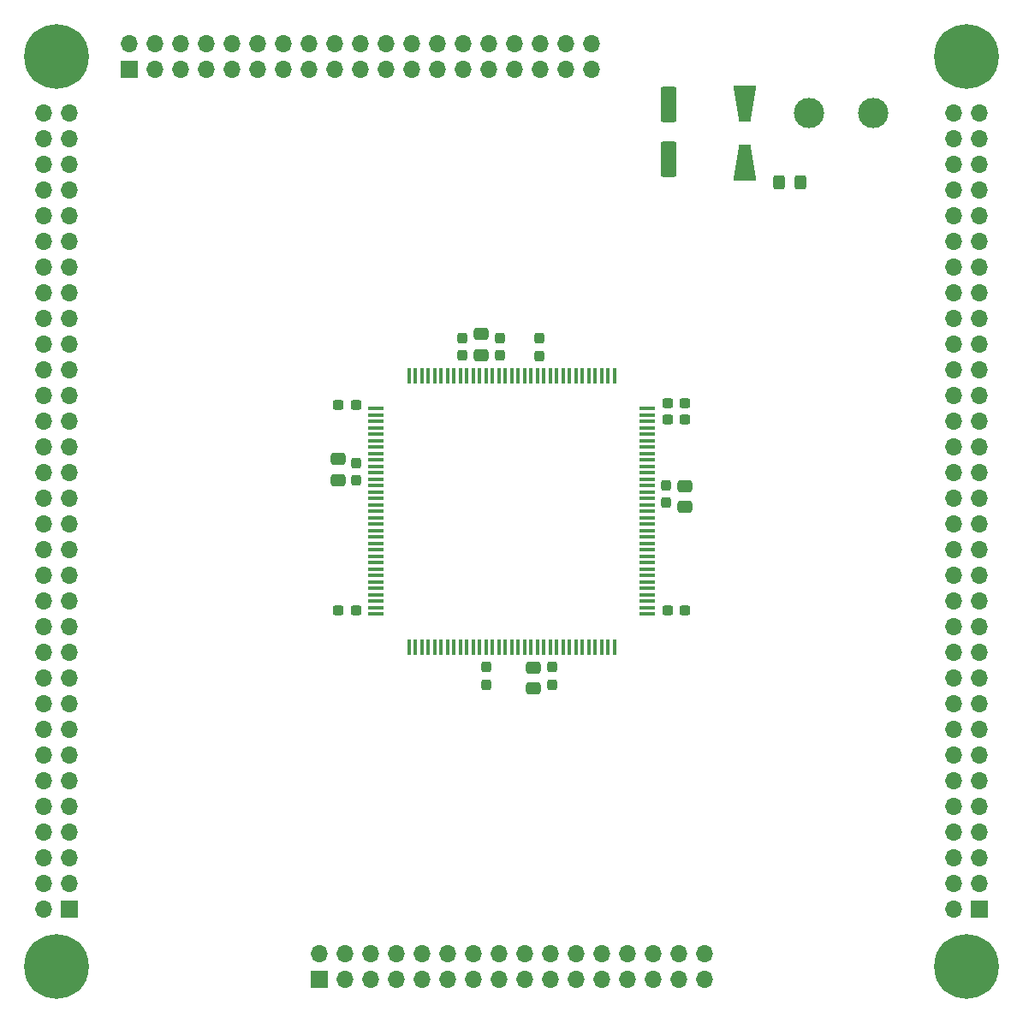
<source format=gts>
%TF.GenerationSoftware,KiCad,Pcbnew,(6.99.0-961-gbc7742cb2e-dirty)*%
%TF.CreationDate,2022-02-17T15:33:52+00:00*%
%TF.ProjectId,68030_Breakout,36383033-305f-4427-9265-616b6f75742e,rev?*%
%TF.SameCoordinates,Original*%
%TF.FileFunction,Soldermask,Top*%
%TF.FilePolarity,Negative*%
%FSLAX46Y46*%
G04 Gerber Fmt 4.6, Leading zero omitted, Abs format (unit mm)*
G04 Created by KiCad (PCBNEW (6.99.0-961-gbc7742cb2e-dirty)) date 2022-02-17 15:33:52*
%MOMM*%
%LPD*%
G01*
G04 APERTURE LIST*
G04 Aperture macros list*
%AMRoundRect*
0 Rectangle with rounded corners*
0 $1 Rounding radius*
0 $2 $3 $4 $5 $6 $7 $8 $9 X,Y pos of 4 corners*
0 Add a 4 corners polygon primitive as box body*
4,1,4,$2,$3,$4,$5,$6,$7,$8,$9,$2,$3,0*
0 Add four circle primitives for the rounded corners*
1,1,$1+$1,$2,$3*
1,1,$1+$1,$4,$5*
1,1,$1+$1,$6,$7*
1,1,$1+$1,$8,$9*
0 Add four rect primitives between the rounded corners*
20,1,$1+$1,$2,$3,$4,$5,0*
20,1,$1+$1,$4,$5,$6,$7,0*
20,1,$1+$1,$6,$7,$8,$9,0*
20,1,$1+$1,$8,$9,$2,$3,0*%
%AMOutline4P*
0 Free polygon, 4 corners , with rotation*
0 The origin of the aperture is its center*
0 number of corners: always 4*
0 $1 to $8 corner X, Y*
0 $9 Rotation angle, in degrees counterclockwise*
0 create outline with 4 corners*
4,1,4,$1,$2,$3,$4,$5,$6,$7,$8,$1,$2,$9*%
G04 Aperture macros list end*
%ADD10R,0.380000X1.635000*%
%ADD11R,1.635000X0.380000*%
%ADD12RoundRect,0.250000X-0.475000X0.337500X-0.475000X-0.337500X0.475000X-0.337500X0.475000X0.337500X0*%
%ADD13C,0.800000*%
%ADD14C,6.400000*%
%ADD15RoundRect,0.237500X-0.300000X-0.237500X0.300000X-0.237500X0.300000X0.237500X-0.300000X0.237500X0*%
%ADD16RoundRect,0.237500X0.300000X0.237500X-0.300000X0.237500X-0.300000X-0.237500X0.300000X-0.237500X0*%
%ADD17RoundRect,0.237500X0.237500X-0.300000X0.237500X0.300000X-0.237500X0.300000X-0.237500X-0.300000X0*%
%ADD18RoundRect,0.250000X0.325000X0.450000X-0.325000X0.450000X-0.325000X-0.450000X0.325000X-0.450000X0*%
%ADD19RoundRect,0.250000X0.475000X-0.337500X0.475000X0.337500X-0.475000X0.337500X-0.475000X-0.337500X0*%
%ADD20R,1.700000X1.700000*%
%ADD21O,1.700000X1.700000*%
%ADD22Outline4P,-1.800000X-1.150000X1.800000X-0.550000X1.800000X0.550000X-1.800000X1.150000X90.000000*%
%ADD23Outline4P,-1.800000X-1.150000X1.800000X-0.550000X1.800000X0.550000X-1.800000X1.150000X270.000000*%
%ADD24RoundRect,0.237500X-0.237500X0.300000X-0.237500X-0.300000X0.237500X-0.300000X0.237500X0.300000X0*%
%ADD25RoundRect,0.250000X0.550000X-1.500000X0.550000X1.500000X-0.550000X1.500000X-0.550000X-1.500000X0*%
%ADD26C,3.000000*%
G04 APERTURE END LIST*
D10*
%TO.C,U1*%
X149999999Y-86599999D03*
X149364999Y-86599999D03*
X148729999Y-86599999D03*
X148094999Y-86599999D03*
X147459999Y-86599999D03*
X146824999Y-86599999D03*
X146189999Y-86599999D03*
X145554999Y-86599999D03*
X144919999Y-86599999D03*
X144284999Y-86599999D03*
X143649999Y-86599999D03*
X143014999Y-86599999D03*
X142379999Y-86599999D03*
X141744999Y-86599999D03*
X141109999Y-86599999D03*
X140474999Y-86599999D03*
X139839999Y-86599999D03*
D11*
X136599999Y-89839999D03*
X136599999Y-90474999D03*
X136599999Y-91109999D03*
X136599999Y-91744999D03*
X136599999Y-92379999D03*
X136599999Y-93014999D03*
X136599999Y-93649999D03*
X136599999Y-94284999D03*
X136599999Y-94919999D03*
X136599999Y-95554999D03*
X136599999Y-96189999D03*
X136599999Y-96824999D03*
X136599999Y-97459999D03*
X136599999Y-98094999D03*
X136599999Y-98729999D03*
X136599999Y-99364999D03*
X136599999Y-99999999D03*
X136599999Y-100634999D03*
X136599999Y-101269999D03*
X136599999Y-101904999D03*
X136599999Y-102539999D03*
X136599999Y-103174999D03*
X136599999Y-103809999D03*
X136599999Y-104444999D03*
X136599999Y-105079999D03*
X136599999Y-105714999D03*
X136599999Y-106349999D03*
X136599999Y-106984999D03*
X136599999Y-107619999D03*
X136599999Y-108254999D03*
X136599999Y-108889999D03*
X136599999Y-109524999D03*
X136599999Y-110159999D03*
D10*
X139839999Y-113399999D03*
X140474999Y-113399999D03*
X141109999Y-113399999D03*
X141744999Y-113399999D03*
X142379999Y-113399999D03*
X143014999Y-113399999D03*
X143649999Y-113399999D03*
X144284999Y-113399999D03*
X144919999Y-113399999D03*
X145554999Y-113399999D03*
X146189999Y-113399999D03*
X146824999Y-113399999D03*
X147459999Y-113399999D03*
X148094999Y-113399999D03*
X148729999Y-113399999D03*
X149364999Y-113399999D03*
X149999999Y-113399999D03*
X150634999Y-113399999D03*
X151269999Y-113399999D03*
X151904999Y-113399999D03*
X152539999Y-113399999D03*
X153174999Y-113399999D03*
X153809999Y-113399999D03*
X154444999Y-113399999D03*
X155079999Y-113399999D03*
X155714999Y-113399999D03*
X156349999Y-113399999D03*
X156984999Y-113399999D03*
X157619999Y-113399999D03*
X158254999Y-113399999D03*
X158889999Y-113399999D03*
X159524999Y-113399999D03*
X160159999Y-113399999D03*
D11*
X163399999Y-110159999D03*
X163399999Y-109524999D03*
X163399999Y-108889999D03*
X163399999Y-108254999D03*
X163399999Y-107619999D03*
X163399999Y-106984999D03*
X163399999Y-106349999D03*
X163399999Y-105714999D03*
X163399999Y-105079999D03*
X163399999Y-104444999D03*
X163399999Y-103809999D03*
X163399999Y-103174999D03*
X163399999Y-102539999D03*
X163399999Y-101904999D03*
X163399999Y-101269999D03*
X163399999Y-100634999D03*
X163399999Y-99999999D03*
X163399999Y-99364999D03*
X163399999Y-98729999D03*
X163399999Y-98094999D03*
X163399999Y-97459999D03*
X163399999Y-96824999D03*
X163399999Y-96189999D03*
X163399999Y-95554999D03*
X163399999Y-94919999D03*
X163399999Y-94284999D03*
X163399999Y-93649999D03*
X163399999Y-93014999D03*
X163399999Y-92379999D03*
X163399999Y-91744999D03*
X163399999Y-91109999D03*
X163399999Y-90474999D03*
X163399999Y-89839999D03*
D10*
X160159999Y-86599999D03*
X159524999Y-86599999D03*
X158889999Y-86599999D03*
X158254999Y-86599999D03*
X157619999Y-86599999D03*
X156984999Y-86599999D03*
X156349999Y-86599999D03*
X155714999Y-86599999D03*
X155079999Y-86599999D03*
X154444999Y-86599999D03*
X153809999Y-86599999D03*
X153174999Y-86599999D03*
X152539999Y-86599999D03*
X151904999Y-86599999D03*
X151269999Y-86599999D03*
X150634999Y-86599999D03*
%TD*%
D12*
%TO.C,C3*%
X167150000Y-99562500D03*
X167150000Y-97487500D03*
%TD*%
D13*
%TO.C,H4*%
X192600000Y-145000000D03*
X193302944Y-143302944D03*
X193302944Y-146697056D03*
X195000000Y-142600000D03*
D14*
X195000000Y-145000000D03*
D13*
X195000000Y-147400000D03*
X196697056Y-143302944D03*
X196697056Y-146697056D03*
X197400000Y-145000000D03*
%TD*%
D15*
%TO.C,C16*%
X165400000Y-89350000D03*
X167125000Y-89350000D03*
%TD*%
D16*
%TO.C,C9*%
X134600000Y-89500000D03*
X132875000Y-89500000D03*
%TD*%
D12*
%TO.C,C4*%
X152150000Y-115462500D03*
X152150000Y-117537500D03*
%TD*%
D13*
%TO.C,H2*%
X192600000Y-55000000D03*
X193302944Y-53302944D03*
X193302944Y-56697056D03*
X195000000Y-52600000D03*
D14*
X195000000Y-55000000D03*
D13*
X195000000Y-57400000D03*
X196697056Y-53302944D03*
X196697056Y-56697056D03*
X197400000Y-55000000D03*
%TD*%
D17*
%TO.C,C15*%
X134650000Y-96962500D03*
X134650000Y-95237500D03*
%TD*%
D18*
%TO.C,F1*%
X178525000Y-67500000D03*
X176475000Y-67500000D03*
%TD*%
D19*
%TO.C,C1*%
X147000000Y-84550000D03*
X147000000Y-82475000D03*
%TD*%
D20*
%TO.C,J2*%
X196274999Y-139374999D03*
D21*
X193734999Y-139374999D03*
X196274999Y-136834999D03*
X193734999Y-136834999D03*
X196274999Y-134294999D03*
X193734999Y-134294999D03*
X196274999Y-131754999D03*
X193734999Y-131754999D03*
X196274999Y-129214999D03*
X193734999Y-129214999D03*
X196274999Y-126674999D03*
X193734999Y-126674999D03*
X196274999Y-124134999D03*
X193734999Y-124134999D03*
X196274999Y-121594999D03*
X193734999Y-121594999D03*
X196274999Y-119054999D03*
X193734999Y-119054999D03*
X196274999Y-116514999D03*
X193734999Y-116514999D03*
X196274999Y-113974999D03*
X193734999Y-113974999D03*
X196274999Y-111434999D03*
X193734999Y-111434999D03*
X196274999Y-108894999D03*
X193734999Y-108894999D03*
X196274999Y-106354999D03*
X193734999Y-106354999D03*
X196274999Y-103814999D03*
X193734999Y-103814999D03*
X196274999Y-101274999D03*
X193734999Y-101274999D03*
X196274999Y-98734999D03*
X193734999Y-98734999D03*
X196274999Y-96194999D03*
X193734999Y-96194999D03*
X196274999Y-93654999D03*
X193734999Y-93654999D03*
X196274999Y-91114999D03*
X193734999Y-91114999D03*
X196274999Y-88574999D03*
X193734999Y-88574999D03*
X196274999Y-86034999D03*
X193734999Y-86034999D03*
X196274999Y-83494999D03*
X193734999Y-83494999D03*
X196274999Y-80954999D03*
X193734999Y-80954999D03*
X196274999Y-78414999D03*
X193734999Y-78414999D03*
X196274999Y-75874999D03*
X193734999Y-75874999D03*
X196274999Y-73334999D03*
X193734999Y-73334999D03*
X196274999Y-70794999D03*
X193734999Y-70794999D03*
X196274999Y-68254999D03*
X193734999Y-68254999D03*
X196274999Y-65714999D03*
X193734999Y-65714999D03*
X196274999Y-63174999D03*
X193734999Y-63174999D03*
X196274999Y-60634999D03*
X193734999Y-60634999D03*
%TD*%
D15*
%TO.C,C11*%
X165400000Y-109800000D03*
X167125000Y-109800000D03*
%TD*%
D22*
%TO.C,D1*%
X173025000Y-65500000D03*
D23*
X173025000Y-59700000D03*
%TD*%
D24*
%TO.C,C13*%
X147450000Y-115400000D03*
X147450000Y-117125000D03*
%TD*%
D25*
%TO.C,C5*%
X165525000Y-65200000D03*
X165525000Y-59800000D03*
%TD*%
D24*
%TO.C,C12*%
X154000000Y-115400000D03*
X154000000Y-117125000D03*
%TD*%
D16*
%TO.C,C14*%
X134600000Y-109800000D03*
X132875000Y-109800000D03*
%TD*%
D17*
%TO.C,C7*%
X148850000Y-84600000D03*
X148850000Y-82875000D03*
%TD*%
%TO.C,C8*%
X152740000Y-84622500D03*
X152740000Y-82897500D03*
%TD*%
D24*
%TO.C,C10*%
X165300000Y-97437500D03*
X165300000Y-99162500D03*
%TD*%
D19*
%TO.C,C2*%
X132800000Y-96900000D03*
X132800000Y-94825000D03*
%TD*%
D26*
%TO.C,J1*%
X179420000Y-60605000D03*
X185770000Y-60605000D03*
%TD*%
D20*
%TO.C,J3*%
X106274999Y-139374999D03*
D21*
X103734999Y-139374999D03*
X106274999Y-136834999D03*
X103734999Y-136834999D03*
X106274999Y-134294999D03*
X103734999Y-134294999D03*
X106274999Y-131754999D03*
X103734999Y-131754999D03*
X106274999Y-129214999D03*
X103734999Y-129214999D03*
X106274999Y-126674999D03*
X103734999Y-126674999D03*
X106274999Y-124134999D03*
X103734999Y-124134999D03*
X106274999Y-121594999D03*
X103734999Y-121594999D03*
X106274999Y-119054999D03*
X103734999Y-119054999D03*
X106274999Y-116514999D03*
X103734999Y-116514999D03*
X106274999Y-113974999D03*
X103734999Y-113974999D03*
X106274999Y-111434999D03*
X103734999Y-111434999D03*
X106274999Y-108894999D03*
X103734999Y-108894999D03*
X106274999Y-106354999D03*
X103734999Y-106354999D03*
X106274999Y-103814999D03*
X103734999Y-103814999D03*
X106274999Y-101274999D03*
X103734999Y-101274999D03*
X106274999Y-98734999D03*
X103734999Y-98734999D03*
X106274999Y-96194999D03*
X103734999Y-96194999D03*
X106274999Y-93654999D03*
X103734999Y-93654999D03*
X106274999Y-91114999D03*
X103734999Y-91114999D03*
X106274999Y-88574999D03*
X103734999Y-88574999D03*
X106274999Y-86034999D03*
X103734999Y-86034999D03*
X106274999Y-83494999D03*
X103734999Y-83494999D03*
X106274999Y-80954999D03*
X103734999Y-80954999D03*
X106274999Y-78414999D03*
X103734999Y-78414999D03*
X106274999Y-75874999D03*
X103734999Y-75874999D03*
X106274999Y-73334999D03*
X103734999Y-73334999D03*
X106274999Y-70794999D03*
X103734999Y-70794999D03*
X106274999Y-68254999D03*
X103734999Y-68254999D03*
X106274999Y-65714999D03*
X103734999Y-65714999D03*
X106274999Y-63174999D03*
X103734999Y-63174999D03*
X106274999Y-60634999D03*
X103734999Y-60634999D03*
%TD*%
D20*
%TO.C,J4*%
X112149999Y-56274999D03*
D21*
X112149999Y-53734999D03*
X114689999Y-56274999D03*
X114689999Y-53734999D03*
X117229999Y-56274999D03*
X117229999Y-53734999D03*
X119769999Y-56274999D03*
X119769999Y-53734999D03*
X122309999Y-56274999D03*
X122309999Y-53734999D03*
X124849999Y-56274999D03*
X124849999Y-53734999D03*
X127389999Y-56274999D03*
X127389999Y-53734999D03*
X129929999Y-56274999D03*
X129929999Y-53734999D03*
X132469999Y-56274999D03*
X132469999Y-53734999D03*
X135009999Y-56274999D03*
X135009999Y-53734999D03*
X137549999Y-56274999D03*
X137549999Y-53734999D03*
X140089999Y-56274999D03*
X140089999Y-53734999D03*
X142629999Y-56274999D03*
X142629999Y-53734999D03*
X145169999Y-56274999D03*
X145169999Y-53734999D03*
X147709999Y-56274999D03*
X147709999Y-53734999D03*
X150249999Y-56274999D03*
X150249999Y-53734999D03*
X152789999Y-56274999D03*
X152789999Y-53734999D03*
X155329999Y-56274999D03*
X155329999Y-53734999D03*
X157869999Y-56274999D03*
X157869999Y-53734999D03*
%TD*%
D13*
%TO.C,H3*%
X102600000Y-145000000D03*
X103302944Y-143302944D03*
X103302944Y-146697056D03*
X105000000Y-142600000D03*
D14*
X105000000Y-145000000D03*
D13*
X105000000Y-147400000D03*
X106697056Y-143302944D03*
X106697056Y-146697056D03*
X107400000Y-145000000D03*
%TD*%
D15*
%TO.C,C17*%
X165400000Y-90950000D03*
X167125000Y-90950000D03*
%TD*%
D13*
%TO.C,H1*%
X102600000Y-55000000D03*
X103302944Y-53302944D03*
X103302944Y-56697056D03*
X105000000Y-52600000D03*
D14*
X105000000Y-55000000D03*
D13*
X105000000Y-57400000D03*
X106697056Y-53302944D03*
X106697056Y-56697056D03*
X107400000Y-55000000D03*
%TD*%
D20*
%TO.C,J5*%
X130949999Y-146274999D03*
D21*
X130949999Y-143734999D03*
X133489999Y-146274999D03*
X133489999Y-143734999D03*
X136029999Y-146274999D03*
X136029999Y-143734999D03*
X138569999Y-146274999D03*
X138569999Y-143734999D03*
X141109999Y-146274999D03*
X141109999Y-143734999D03*
X143649999Y-146274999D03*
X143649999Y-143734999D03*
X146189999Y-146274999D03*
X146189999Y-143734999D03*
X148729999Y-146274999D03*
X148729999Y-143734999D03*
X151269999Y-146274999D03*
X151269999Y-143734999D03*
X153809999Y-146274999D03*
X153809999Y-143734999D03*
X156349999Y-146274999D03*
X156349999Y-143734999D03*
X158889999Y-146274999D03*
X158889999Y-143734999D03*
X161429999Y-146274999D03*
X161429999Y-143734999D03*
X163969999Y-146274999D03*
X163969999Y-143734999D03*
X166509999Y-146274999D03*
X166509999Y-143734999D03*
X169049999Y-146274999D03*
X169049999Y-143734999D03*
%TD*%
D17*
%TO.C,C6*%
X145150000Y-84600000D03*
X145150000Y-82875000D03*
%TD*%
M02*

</source>
